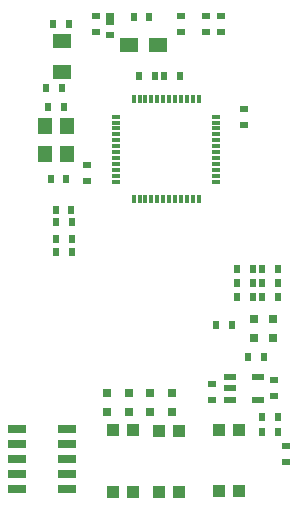
<source format=gbr>
G04 Layer_Color=8421504*
%FSLAX44Y44*%
%MOMM*%
G71*
G01*
G75*
%ADD10R,0.6000X0.8000*%
%ADD11R,0.8000X0.8000*%
%ADD12R,0.8000X0.6000*%
%ADD13R,1.0000X0.6000*%
%ADD14R,1.0000X1.0000*%
%ADD15R,1.5000X1.3000*%
%ADD16R,0.8000X1.0500*%
%ADD17R,1.2000X1.4000*%
%ADD18R,1.5000X1.2000*%
%ADD19R,0.3500X0.8000*%
%ADD20R,0.8000X0.3500*%
%ADD21R,1.6000X0.6500*%
D10*
X249896Y125500D02*
D03*
X263358D02*
D03*
X228642D02*
D03*
X242104D02*
D03*
X89354Y139750D02*
D03*
X75892D02*
D03*
X89354Y151000D02*
D03*
X75892D02*
D03*
X224858Y78560D02*
D03*
X211396D02*
D03*
X251608Y51250D02*
D03*
X238146D02*
D03*
X180354Y288750D02*
D03*
X166892D02*
D03*
X146146D02*
D03*
X159608D02*
D03*
X141142Y339500D02*
D03*
X154604D02*
D03*
X70892Y202250D02*
D03*
X84354D02*
D03*
X82608Y262500D02*
D03*
X69146D02*
D03*
X72642Y333250D02*
D03*
X86104D02*
D03*
X67142Y279000D02*
D03*
X80604D02*
D03*
X249874Y-12452D02*
D03*
X263336D02*
D03*
X249874Y628D02*
D03*
X263336D02*
D03*
X75142Y176000D02*
D03*
X88604D02*
D03*
X88668Y165702D02*
D03*
X75206D02*
D03*
X249896Y102000D02*
D03*
X263358D02*
D03*
X228830Y101790D02*
D03*
X242292D02*
D03*
X249896Y114000D02*
D03*
X263358D02*
D03*
X242292Y114030D02*
D03*
X228830D02*
D03*
D11*
X242750Y67642D02*
D03*
Y83104D02*
D03*
X259500Y67642D02*
D03*
Y83104D02*
D03*
X137000Y4896D02*
D03*
Y20358D02*
D03*
X118750Y4896D02*
D03*
Y20358D02*
D03*
X154750Y4896D02*
D03*
Y20358D02*
D03*
X173500Y4896D02*
D03*
Y20358D02*
D03*
D12*
X270000Y-23896D02*
D03*
Y-37358D02*
D03*
X259750Y18146D02*
D03*
Y31608D02*
D03*
X208000Y14896D02*
D03*
Y28358D02*
D03*
X215250Y340108D02*
D03*
Y326646D02*
D03*
X202750Y339858D02*
D03*
Y326396D02*
D03*
X234750Y247396D02*
D03*
Y260858D02*
D03*
X102000Y213854D02*
D03*
Y200392D02*
D03*
X121250Y323892D02*
D03*
X109250Y326146D02*
D03*
Y339608D02*
D03*
X181750Y326396D02*
D03*
Y339858D02*
D03*
D13*
X246500Y34250D02*
D03*
X222500D02*
D03*
Y24750D02*
D03*
Y15250D02*
D03*
X246500D02*
D03*
D14*
X179500Y-11000D02*
D03*
X162500D02*
D03*
X179500Y-63000D02*
D03*
X162500D02*
D03*
X141000Y-10750D02*
D03*
X124000D02*
D03*
X141000Y-62750D02*
D03*
X124000D02*
D03*
X230250Y-10250D02*
D03*
X213250D02*
D03*
X230250Y-62250D02*
D03*
X213250D02*
D03*
D15*
X162000Y315750D02*
D03*
X137500D02*
D03*
D16*
X121250Y337354D02*
D03*
D17*
X84830Y223149D02*
D03*
X65830Y247149D02*
D03*
X84830D02*
D03*
X65830Y223149D02*
D03*
D18*
X80500Y318625D02*
D03*
Y292375D02*
D03*
D19*
X141250Y269500D02*
D03*
X146250D02*
D03*
X151250D02*
D03*
X156250D02*
D03*
X161250D02*
D03*
X166250D02*
D03*
X171250D02*
D03*
X176250D02*
D03*
X181250D02*
D03*
X186250D02*
D03*
X191250D02*
D03*
X196250D02*
D03*
Y185000D02*
D03*
X191250D02*
D03*
X186250D02*
D03*
X181250D02*
D03*
X176250D02*
D03*
X171250D02*
D03*
X166250D02*
D03*
X161250D02*
D03*
X156250D02*
D03*
X151250D02*
D03*
X146250D02*
D03*
X141250D02*
D03*
D20*
X211000Y254750D02*
D03*
Y249750D02*
D03*
Y244750D02*
D03*
Y239750D02*
D03*
Y234750D02*
D03*
Y229750D02*
D03*
Y224750D02*
D03*
Y219750D02*
D03*
Y214750D02*
D03*
Y209750D02*
D03*
Y204750D02*
D03*
Y199750D02*
D03*
X126500D02*
D03*
Y204750D02*
D03*
Y209750D02*
D03*
Y214750D02*
D03*
Y219750D02*
D03*
Y224750D02*
D03*
Y229750D02*
D03*
Y234750D02*
D03*
Y239750D02*
D03*
Y244750D02*
D03*
Y249750D02*
D03*
Y254750D02*
D03*
D21*
X42100Y-9850D02*
D03*
X84900D02*
D03*
X42100Y-22550D02*
D03*
X84900D02*
D03*
X42100Y-35250D02*
D03*
X84900D02*
D03*
X42100Y-47950D02*
D03*
X84900D02*
D03*
X42100Y-60650D02*
D03*
X84900D02*
D03*
M02*

</source>
